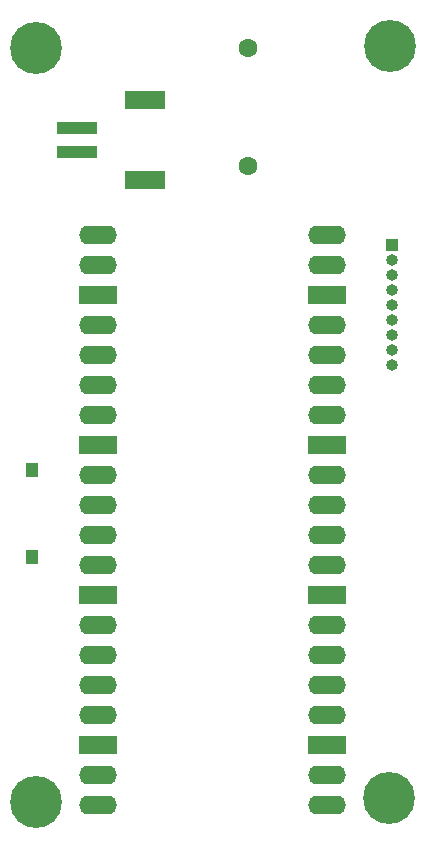
<source format=gbr>
%TF.GenerationSoftware,KiCad,Pcbnew,7.0.8-7.0.8~ubuntu20.04.1*%
%TF.CreationDate,2023-10-05T17:37:43+09:00*%
%TF.ProjectId,v0_2,76305f32-2e6b-4696-9361-645f70636258,rev?*%
%TF.SameCoordinates,Original*%
%TF.FileFunction,Soldermask,Bot*%
%TF.FilePolarity,Negative*%
%FSLAX46Y46*%
G04 Gerber Fmt 4.6, Leading zero omitted, Abs format (unit mm)*
G04 Created by KiCad (PCBNEW 7.0.8-7.0.8~ubuntu20.04.1) date 2023-10-05 17:37:43*
%MOMM*%
%LPD*%
G01*
G04 APERTURE LIST*
%ADD10C,2.600000*%
%ADD11C,4.400000*%
%ADD12C,1.600000*%
%ADD13R,1.000000X1.000000*%
%ADD14O,1.000000X1.000000*%
%ADD15R,1.000000X1.200000*%
%ADD16O,3.200000X1.600000*%
%ADD17R,3.200000X1.600000*%
%ADD18R,3.500000X1.000000*%
%ADD19R,3.400000X1.500000*%
G04 APERTURE END LIST*
D10*
%TO.C,H4*%
X15000000Y-31600000D03*
D11*
X15000000Y-31600000D03*
%TD*%
D12*
%TO.C,J2*%
X3000000Y21950000D03*
X3000000Y31950000D03*
%TD*%
D10*
%TO.C,H1*%
X-14900000Y31900000D03*
D11*
X-14900000Y31900000D03*
%TD*%
D10*
%TO.C,H2*%
X15100000Y32100000D03*
D11*
X15100000Y32100000D03*
%TD*%
D10*
%TO.C,H3*%
X-14900000Y-31900000D03*
D11*
X-14900000Y-31900000D03*
%TD*%
D13*
%TO.C,J3*%
X15240000Y15240000D03*
D14*
X15240000Y13970000D03*
X15240000Y12700000D03*
X15240000Y11430000D03*
X15240000Y10160000D03*
X15240000Y8890000D03*
X15240000Y7620000D03*
X15240000Y6350000D03*
X15240000Y5080000D03*
%TD*%
D15*
%TO.C,S1*%
X-15240000Y-11210000D03*
X-15240000Y-3810000D03*
%TD*%
D16*
%TO.C,IC1*%
X-9690000Y-32130000D03*
X-9690000Y-29590000D03*
D17*
X-9690000Y-27050000D03*
D16*
X-9690000Y-24510000D03*
X-9690000Y-21970000D03*
X-9690000Y-19430000D03*
X-9690000Y-16890000D03*
D17*
X-9690000Y-14350000D03*
D16*
X-9690000Y-11810000D03*
X-9690000Y-9270000D03*
X-9690000Y-6730000D03*
X-9690000Y-4190000D03*
D17*
X-9690000Y-1650000D03*
D16*
X-9690000Y890000D03*
X-9690000Y3430000D03*
X-9690000Y5970000D03*
X-9690000Y8510000D03*
D17*
X-9690000Y11050000D03*
D16*
X-9690000Y13590000D03*
X-9690000Y16130000D03*
X9690000Y16130000D03*
X9690000Y13590000D03*
D17*
X9690000Y11050000D03*
D16*
X9690000Y8510000D03*
X9690000Y5970000D03*
X9690000Y3430000D03*
X9690000Y890000D03*
D17*
X9690000Y-1650000D03*
D16*
X9690000Y-4190000D03*
X9690000Y-6730000D03*
X9690000Y-9270000D03*
X9690000Y-11810000D03*
D17*
X9690000Y-14350000D03*
D16*
X9690000Y-16890000D03*
X9690000Y-19430000D03*
X9690000Y-21970000D03*
X9690000Y-24510000D03*
D17*
X9690000Y-27050000D03*
D16*
X9690000Y-29590000D03*
X9690000Y-32130000D03*
%TD*%
D18*
%TO.C,J1*%
X-11430000Y25130000D03*
X-11430000Y23130000D03*
D19*
X-5680000Y27480000D03*
X-5680000Y20780000D03*
%TD*%
M02*

</source>
